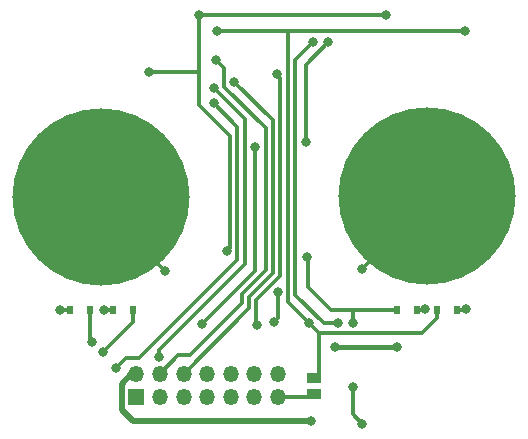
<source format=gbl>
%TF.GenerationSoftware,KiCad,Pcbnew,no-vcs-found-6573a43~60~ubuntu16.04.1*%
%TF.CreationDate,2017-10-02T18:36:49+03:00*%
%TF.ProjectId,livolo_2_channels_1way_eu_switch,6C69766F6C6F5F325F6368616E6E656C,rev?*%
%TF.SameCoordinates,Original*%
%TF.FileFunction,Copper,L2,Bot,Signal*%
%TF.FilePolarity,Positive*%
%FSLAX46Y46*%
G04 Gerber Fmt 4.6, Leading zero omitted, Abs format (unit mm)*
G04 Created by KiCad (PCBNEW no-vcs-found-6573a43~60~ubuntu16.04.1) date Mon Oct  2 18:36:49 2017*
%MOMM*%
%LPD*%
G01*
G04 APERTURE LIST*
%ADD10R,0.600000X0.800000*%
%ADD11O,1.350000X1.350000*%
%ADD12R,1.350000X1.350000*%
%ADD13C,15.000000*%
%ADD14R,1.270000X0.970000*%
%ADD15C,0.800000*%
%ADD16C,0.300000*%
%ADD17C,0.450000*%
%ADD18C,0.500000*%
G04 APERTURE END LIST*
D10*
X129650000Y-102150000D03*
X131350000Y-102150000D03*
X126000000Y-102150000D03*
X127700000Y-102150000D03*
X158800000Y-102150000D03*
X157100000Y-102150000D03*
X155450000Y-102150000D03*
X153750000Y-102150000D03*
D11*
X143650000Y-107550000D03*
X143650000Y-109550000D03*
X141650000Y-107550000D03*
X141650000Y-109550000D03*
X139650000Y-107550000D03*
X139650000Y-109550000D03*
X137650000Y-107550000D03*
X137650000Y-109550000D03*
X135650000Y-107550000D03*
X135650000Y-109550000D03*
X133650000Y-107550000D03*
X133650000Y-109550000D03*
X131650000Y-107550000D03*
D12*
X131650000Y-109550000D03*
D13*
X128675000Y-92600000D03*
X156225000Y-92500000D03*
D14*
X146700000Y-107960000D03*
X146700000Y-109240000D03*
D15*
X159500000Y-78500000D03*
X138500000Y-78500000D03*
X127899996Y-104900000D03*
X146300000Y-103300000D03*
X132749996Y-82000000D03*
X146100000Y-97700000D03*
X139300000Y-97200000D03*
X150035090Y-103249990D03*
X128800000Y-105750032D03*
X152800002Y-77200000D03*
X150800000Y-111800000D03*
X150000000Y-108669998D03*
X137000000Y-77200000D03*
X153700000Y-105300000D03*
X148449998Y-105300000D03*
X146400000Y-111599998D03*
X128900000Y-102200000D03*
X125194336Y-102172950D03*
X159591515Y-102115141D03*
X156099946Y-102100000D03*
X137207897Y-103342742D03*
X141720518Y-88370840D03*
X148700004Y-103249990D03*
X146600002Y-79500000D03*
X138227690Y-84670213D03*
X129905440Y-107104681D03*
X139949990Y-82840072D03*
X138264885Y-83406563D03*
X133551048Y-106151048D03*
X138400000Y-81000000D03*
X143347890Y-103154207D03*
X143659716Y-100638647D03*
X150800000Y-98700000D03*
X134100005Y-98899995D03*
X146000000Y-87900000D03*
X147900000Y-79500000D03*
X141850802Y-103448768D03*
X143549979Y-82200645D03*
D16*
X146700000Y-107960000D02*
X146700000Y-107900000D01*
X146700000Y-107900000D02*
X147100000Y-107500000D01*
X147100000Y-107500000D02*
X147100000Y-104100000D01*
X155850000Y-104100000D02*
X147100000Y-104100000D01*
X157100000Y-102850000D02*
X155850000Y-104100000D01*
X157100000Y-102150000D02*
X157100000Y-102850000D01*
X147100000Y-104100000D02*
X146300000Y-103300000D01*
X146300000Y-103300000D02*
X144509717Y-101509717D01*
X144509717Y-101509717D02*
X144509717Y-78590283D01*
X144509717Y-78590283D02*
X144600000Y-78500000D01*
X144600000Y-78500000D02*
X145100000Y-78500000D01*
X145100000Y-78500000D02*
X159500000Y-78500000D01*
X145100000Y-78500000D02*
X138500000Y-78500000D01*
X127700000Y-102150000D02*
X127700000Y-104700004D01*
X127700000Y-104700004D02*
X127899996Y-104900000D01*
X127700000Y-102150000D02*
X127700000Y-102250000D01*
X137000000Y-82000000D02*
X132749996Y-82000000D01*
X137000000Y-84800000D02*
X137000000Y-82000000D01*
X137000000Y-82000000D02*
X137000000Y-77200000D01*
X139300000Y-97200000D02*
X139600000Y-96900000D01*
X139600000Y-96900000D02*
X139600000Y-87400000D01*
X139600000Y-87400000D02*
X137000000Y-84800000D01*
X150000000Y-102150000D02*
X148150000Y-102150000D01*
X148150000Y-102150000D02*
X146200000Y-100200000D01*
X146200000Y-100200000D02*
X146200000Y-97800000D01*
X146200000Y-97800000D02*
X146100000Y-97700000D01*
X150035090Y-102185090D02*
X150035090Y-103249990D01*
X150000000Y-102150000D02*
X150035090Y-102185090D01*
X153750000Y-102150000D02*
X150000000Y-102150000D01*
X131350000Y-103200032D02*
X128800000Y-105750032D01*
X131350000Y-102150000D02*
X131350000Y-103200032D01*
X137000000Y-77200000D02*
X152800002Y-77200000D01*
X150000000Y-108669998D02*
X150000000Y-111000000D01*
X150000000Y-111000000D02*
X150800000Y-111800000D01*
D17*
X148449998Y-105300000D02*
X153700000Y-105300000D01*
D18*
X131650000Y-107550000D02*
X131600000Y-107600000D01*
X131600000Y-107600000D02*
X131200000Y-107600000D01*
X131200000Y-107600000D02*
X130400000Y-108400000D01*
X130400000Y-108400000D02*
X130400000Y-108410000D01*
X130400000Y-108410000D02*
X130424999Y-108434999D01*
X130424999Y-108434999D02*
X130424999Y-110665001D01*
X130424999Y-110665001D02*
X131359996Y-111599998D01*
X131359996Y-111599998D02*
X146400000Y-111599998D01*
D16*
X128900000Y-102200000D02*
X129600000Y-102200000D01*
X129600000Y-102200000D02*
X129650000Y-102150000D01*
X125194336Y-102172950D02*
X125977050Y-102172950D01*
X125977050Y-102172950D02*
X126000000Y-102150000D01*
X159556656Y-102150000D02*
X159591515Y-102115141D01*
X158800000Y-102150000D02*
X159556656Y-102150000D01*
X156099946Y-102100054D02*
X156099946Y-102100000D01*
X155450000Y-102150000D02*
X156050000Y-102150000D01*
X156050000Y-102150000D02*
X156099946Y-102100054D01*
X141720518Y-98830121D02*
X141720518Y-88370840D01*
X137207897Y-103342742D02*
X141720518Y-98830121D01*
X147501447Y-103249990D02*
X148700004Y-103249990D01*
X146600002Y-79500000D02*
X145109728Y-80990274D01*
X145109728Y-80990274D02*
X145109728Y-100858271D01*
X145109728Y-100858271D02*
X147501447Y-103249990D01*
X138227690Y-84670213D02*
X140200000Y-86642523D01*
X140200000Y-97900000D02*
X131900000Y-106200000D01*
X140200000Y-86642523D02*
X140200000Y-97900000D01*
X131900000Y-106200000D02*
X130810121Y-106200000D01*
X130810121Y-106200000D02*
X129905440Y-107104681D01*
X143199967Y-87743742D02*
X143199967Y-86090049D01*
X143199967Y-86090049D02*
X139949990Y-82840072D01*
X143200034Y-87743809D02*
X143199967Y-87743742D01*
X143200034Y-99047690D02*
X143200034Y-87743809D01*
X141199989Y-101047735D02*
X143200034Y-99047690D01*
X141199989Y-102000011D02*
X141199989Y-101047735D01*
X135650000Y-107550000D02*
X141199989Y-102000011D01*
X140870516Y-86012194D02*
X138264885Y-83406563D01*
X140870516Y-98265895D02*
X140870516Y-86012194D01*
X133551048Y-106151048D02*
X133551048Y-105585363D01*
X133551048Y-105585363D02*
X140870516Y-98265895D01*
X139099989Y-81699989D02*
X138400000Y-81000000D01*
X139099989Y-83248073D02*
X139099989Y-81699989D01*
X142599956Y-86748040D02*
X139099989Y-83248073D01*
X142600023Y-98799158D02*
X142600023Y-87992341D01*
X142600023Y-87992341D02*
X142599956Y-87992274D01*
X140599978Y-100799203D02*
X142600023Y-98799158D01*
X136200000Y-106000000D02*
X140599978Y-101600022D01*
X135200000Y-106000000D02*
X136200000Y-106000000D01*
X142599956Y-87992274D02*
X142599956Y-86748040D01*
X140599978Y-101600022D02*
X140599978Y-100799203D01*
X133650000Y-107550000D02*
X135200000Y-106000000D01*
X143659716Y-102842381D02*
X143347890Y-103154207D01*
X143659716Y-100638647D02*
X143659716Y-102842381D01*
X156225000Y-92500000D02*
X156225000Y-93275000D01*
X156225000Y-93275000D02*
X150800000Y-98700000D01*
X128675000Y-93474990D02*
X134100005Y-98899995D01*
X128675000Y-92600000D02*
X128675000Y-93474990D01*
X146000000Y-81400000D02*
X146000000Y-87900000D01*
X147900000Y-79500000D02*
X146000000Y-81400000D01*
X141800000Y-103400000D02*
X141849785Y-103449785D01*
X141849785Y-103449785D02*
X141850802Y-103448768D01*
X143800045Y-99296222D02*
X141800000Y-101296267D01*
X143800045Y-87495277D02*
X143800045Y-99296222D01*
X143799978Y-87495210D02*
X143800045Y-87495277D01*
X143799978Y-82500022D02*
X143799978Y-87495210D01*
X143800000Y-82500000D02*
X143799978Y-82500022D01*
X141800000Y-101296267D02*
X141800000Y-103400000D01*
X143549979Y-82249979D02*
X143800000Y-82500000D01*
X143549979Y-82200645D02*
X143549979Y-82249979D01*
X143650000Y-109550000D02*
X146390000Y-109550000D01*
X146390000Y-109550000D02*
X146700000Y-109240000D01*
M02*

</source>
